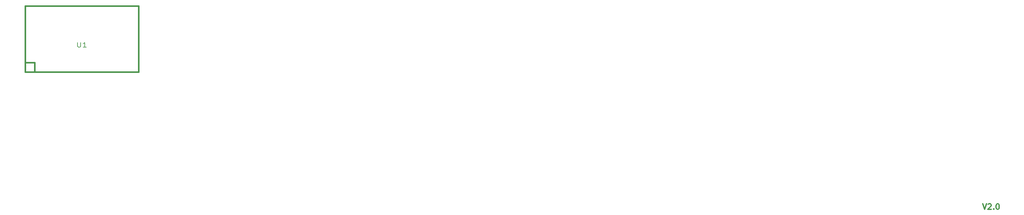
<source format=gbr>
G04 #@! TF.GenerationSoftware,KiCad,Pcbnew,(5.1.2)-1*
G04 #@! TF.CreationDate,2020-02-17T17:37:39-06:00*
G04 #@! TF.ProjectId,SL40,534c3430-2e6b-4696-9361-645f70636258,rev?*
G04 #@! TF.SameCoordinates,Original*
G04 #@! TF.FileFunction,Legend,Top*
G04 #@! TF.FilePolarity,Positive*
%FSLAX46Y46*%
G04 Gerber Fmt 4.6, Leading zero omitted, Abs format (unit mm)*
G04 Created by KiCad (PCBNEW (5.1.2)-1) date 2020-02-17 17:37:39*
%MOMM*%
%LPD*%
G04 APERTURE LIST*
%ADD10C,0.300000*%
%ADD11C,0.381000*%
%ADD12C,0.203200*%
G04 APERTURE END LIST*
D10*
X274733035Y-126178571D02*
X275233035Y-127678571D01*
X275733035Y-126178571D01*
X276161607Y-126321428D02*
X276233035Y-126250000D01*
X276375892Y-126178571D01*
X276733035Y-126178571D01*
X276875892Y-126250000D01*
X276947321Y-126321428D01*
X277018750Y-126464285D01*
X277018750Y-126607142D01*
X276947321Y-126821428D01*
X276090178Y-127678571D01*
X277018750Y-127678571D01*
X277661607Y-127535714D02*
X277733035Y-127607142D01*
X277661607Y-127678571D01*
X277590178Y-127607142D01*
X277661607Y-127535714D01*
X277661607Y-127678571D01*
X278661607Y-126178571D02*
X278804464Y-126178571D01*
X278947321Y-126250000D01*
X279018750Y-126321428D01*
X279090178Y-126464285D01*
X279161607Y-126750000D01*
X279161607Y-127107142D01*
X279090178Y-127392857D01*
X279018750Y-127535714D01*
X278947321Y-127607142D01*
X278804464Y-127678571D01*
X278661607Y-127678571D01*
X278518750Y-127607142D01*
X278447321Y-127535714D01*
X278375892Y-127392857D01*
X278304464Y-127107142D01*
X278304464Y-126750000D01*
X278375892Y-126464285D01*
X278447321Y-126321428D01*
X278518750Y-126250000D01*
X278661607Y-126178571D01*
D11*
X19843750Y-88106250D02*
X19843750Y-90646250D01*
X17303750Y-88106250D02*
X19843750Y-88106250D01*
X47783750Y-72866250D02*
X17303750Y-72866250D01*
X47783750Y-90646250D02*
X47783750Y-72866250D01*
X17303750Y-90646250D02*
X47783750Y-90646250D01*
X17303750Y-72866250D02*
X17303750Y-90646250D01*
D12*
X31382607Y-82685773D02*
X31382607Y-83713869D01*
X31455178Y-83834821D01*
X31527750Y-83895297D01*
X31672892Y-83955773D01*
X31963178Y-83955773D01*
X32108321Y-83895297D01*
X32180892Y-83834821D01*
X32253464Y-83713869D01*
X32253464Y-82685773D01*
X33777464Y-83955773D02*
X32906607Y-83955773D01*
X33342035Y-83955773D02*
X33342035Y-82685773D01*
X33196892Y-82867202D01*
X33051750Y-82988154D01*
X32906607Y-83048630D01*
M02*

</source>
